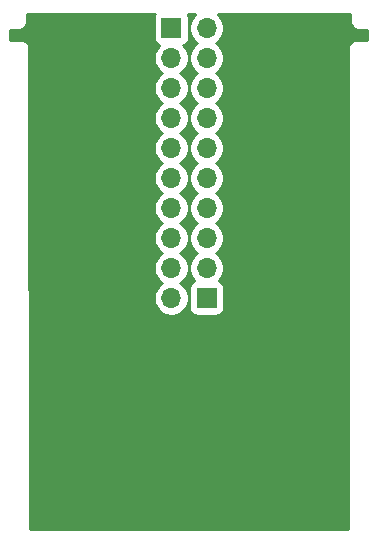
<source format=gbr>
%TF.GenerationSoftware,KiCad,Pcbnew,(5.1.8)-1*%
%TF.CreationDate,2021-12-10T09:18:04+01:00*%
%TF.ProjectId,FirePlace_SideWall,46697265-506c-4616-9365-5f5369646557,rev?*%
%TF.SameCoordinates,Original*%
%TF.FileFunction,Copper,L2,Bot*%
%TF.FilePolarity,Positive*%
%FSLAX46Y46*%
G04 Gerber Fmt 4.6, Leading zero omitted, Abs format (unit mm)*
G04 Created by KiCad (PCBNEW (5.1.8)-1) date 2021-12-10 09:18:04*
%MOMM*%
%LPD*%
G01*
G04 APERTURE LIST*
%TA.AperFunction,ComponentPad*%
%ADD10O,1.700000X1.700000*%
%TD*%
%TA.AperFunction,ComponentPad*%
%ADD11R,1.700000X1.700000*%
%TD*%
%TA.AperFunction,NonConductor*%
%ADD12C,0.254000*%
%TD*%
%TA.AperFunction,NonConductor*%
%ADD13C,0.100000*%
%TD*%
G04 APERTURE END LIST*
D10*
%TO.P,K2,10*%
%TO.N,Net-(K1-Pad1)*%
X65405000Y-50355500D03*
%TO.P,K2,9*%
%TO.N,Net-(K1-Pad2)*%
X65405000Y-47815500D03*
%TO.P,K2,8*%
%TO.N,Net-(K1-Pad3)*%
X65405000Y-45275500D03*
%TO.P,K2,7*%
%TO.N,Net-(K1-Pad4)*%
X65405000Y-42735500D03*
%TO.P,K2,6*%
%TO.N,Net-(K1-Pad5)*%
X65405000Y-40195500D03*
%TO.P,K2,5*%
%TO.N,Net-(K1-Pad6)*%
X65405000Y-37655500D03*
%TO.P,K2,4*%
%TO.N,Net-(K1-Pad7)*%
X65405000Y-35115500D03*
%TO.P,K2,3*%
%TO.N,Net-(K1-Pad8)*%
X65405000Y-32575500D03*
%TO.P,K2,2*%
%TO.N,Net-(K1-Pad9)*%
X65405000Y-30035500D03*
D11*
%TO.P,K2,1*%
%TO.N,Net-(K1-Pad10)*%
X65405000Y-27495500D03*
%TD*%
D10*
%TO.P,K1,10*%
%TO.N,Net-(K1-Pad10)*%
X68389500Y-27495500D03*
%TO.P,K1,9*%
%TO.N,Net-(K1-Pad9)*%
X68389500Y-30035500D03*
%TO.P,K1,8*%
%TO.N,Net-(K1-Pad8)*%
X68389500Y-32575500D03*
%TO.P,K1,7*%
%TO.N,Net-(K1-Pad7)*%
X68389500Y-35115500D03*
%TO.P,K1,6*%
%TO.N,Net-(K1-Pad6)*%
X68389500Y-37655500D03*
%TO.P,K1,5*%
%TO.N,Net-(K1-Pad5)*%
X68389500Y-40195500D03*
%TO.P,K1,4*%
%TO.N,Net-(K1-Pad4)*%
X68389500Y-42735500D03*
%TO.P,K1,3*%
%TO.N,Net-(K1-Pad3)*%
X68389500Y-45275500D03*
%TO.P,K1,2*%
%TO.N,Net-(K1-Pad2)*%
X68389500Y-47815500D03*
D11*
%TO.P,K1,1*%
%TO.N,Net-(K1-Pad1)*%
X68389500Y-50355500D03*
%TD*%
D12*
X63965498Y-26401320D02*
X63929188Y-26521018D01*
X63916928Y-26645500D01*
X63916928Y-28345500D01*
X63929188Y-28469982D01*
X63965498Y-28589680D01*
X64024463Y-28699994D01*
X64103815Y-28796685D01*
X64200506Y-28876037D01*
X64310820Y-28935002D01*
X64383380Y-28957013D01*
X64251525Y-29088868D01*
X64089010Y-29332089D01*
X63977068Y-29602342D01*
X63920000Y-29889240D01*
X63920000Y-30181760D01*
X63977068Y-30468658D01*
X64089010Y-30738911D01*
X64251525Y-30982132D01*
X64458368Y-31188975D01*
X64632760Y-31305500D01*
X64458368Y-31422025D01*
X64251525Y-31628868D01*
X64089010Y-31872089D01*
X63977068Y-32142342D01*
X63920000Y-32429240D01*
X63920000Y-32721760D01*
X63977068Y-33008658D01*
X64089010Y-33278911D01*
X64251525Y-33522132D01*
X64458368Y-33728975D01*
X64632760Y-33845500D01*
X64458368Y-33962025D01*
X64251525Y-34168868D01*
X64089010Y-34412089D01*
X63977068Y-34682342D01*
X63920000Y-34969240D01*
X63920000Y-35261760D01*
X63977068Y-35548658D01*
X64089010Y-35818911D01*
X64251525Y-36062132D01*
X64458368Y-36268975D01*
X64632760Y-36385500D01*
X64458368Y-36502025D01*
X64251525Y-36708868D01*
X64089010Y-36952089D01*
X63977068Y-37222342D01*
X63920000Y-37509240D01*
X63920000Y-37801760D01*
X63977068Y-38088658D01*
X64089010Y-38358911D01*
X64251525Y-38602132D01*
X64458368Y-38808975D01*
X64632760Y-38925500D01*
X64458368Y-39042025D01*
X64251525Y-39248868D01*
X64089010Y-39492089D01*
X63977068Y-39762342D01*
X63920000Y-40049240D01*
X63920000Y-40341760D01*
X63977068Y-40628658D01*
X64089010Y-40898911D01*
X64251525Y-41142132D01*
X64458368Y-41348975D01*
X64632760Y-41465500D01*
X64458368Y-41582025D01*
X64251525Y-41788868D01*
X64089010Y-42032089D01*
X63977068Y-42302342D01*
X63920000Y-42589240D01*
X63920000Y-42881760D01*
X63977068Y-43168658D01*
X64089010Y-43438911D01*
X64251525Y-43682132D01*
X64458368Y-43888975D01*
X64632760Y-44005500D01*
X64458368Y-44122025D01*
X64251525Y-44328868D01*
X64089010Y-44572089D01*
X63977068Y-44842342D01*
X63920000Y-45129240D01*
X63920000Y-45421760D01*
X63977068Y-45708658D01*
X64089010Y-45978911D01*
X64251525Y-46222132D01*
X64458368Y-46428975D01*
X64632760Y-46545500D01*
X64458368Y-46662025D01*
X64251525Y-46868868D01*
X64089010Y-47112089D01*
X63977068Y-47382342D01*
X63920000Y-47669240D01*
X63920000Y-47961760D01*
X63977068Y-48248658D01*
X64089010Y-48518911D01*
X64251525Y-48762132D01*
X64458368Y-48968975D01*
X64632760Y-49085500D01*
X64458368Y-49202025D01*
X64251525Y-49408868D01*
X64089010Y-49652089D01*
X63977068Y-49922342D01*
X63920000Y-50209240D01*
X63920000Y-50501760D01*
X63977068Y-50788658D01*
X64089010Y-51058911D01*
X64251525Y-51302132D01*
X64458368Y-51508975D01*
X64701589Y-51671490D01*
X64971842Y-51783432D01*
X65258740Y-51840500D01*
X65551260Y-51840500D01*
X65838158Y-51783432D01*
X66108411Y-51671490D01*
X66351632Y-51508975D01*
X66558475Y-51302132D01*
X66720990Y-51058911D01*
X66832932Y-50788658D01*
X66890000Y-50501760D01*
X66890000Y-50209240D01*
X66832932Y-49922342D01*
X66720990Y-49652089D01*
X66558475Y-49408868D01*
X66351632Y-49202025D01*
X66177240Y-49085500D01*
X66351632Y-48968975D01*
X66558475Y-48762132D01*
X66720990Y-48518911D01*
X66832932Y-48248658D01*
X66890000Y-47961760D01*
X66890000Y-47669240D01*
X66832932Y-47382342D01*
X66720990Y-47112089D01*
X66558475Y-46868868D01*
X66351632Y-46662025D01*
X66177240Y-46545500D01*
X66351632Y-46428975D01*
X66558475Y-46222132D01*
X66720990Y-45978911D01*
X66832932Y-45708658D01*
X66890000Y-45421760D01*
X66890000Y-45129240D01*
X66832932Y-44842342D01*
X66720990Y-44572089D01*
X66558475Y-44328868D01*
X66351632Y-44122025D01*
X66177240Y-44005500D01*
X66351632Y-43888975D01*
X66558475Y-43682132D01*
X66720990Y-43438911D01*
X66832932Y-43168658D01*
X66890000Y-42881760D01*
X66890000Y-42589240D01*
X66832932Y-42302342D01*
X66720990Y-42032089D01*
X66558475Y-41788868D01*
X66351632Y-41582025D01*
X66177240Y-41465500D01*
X66351632Y-41348975D01*
X66558475Y-41142132D01*
X66720990Y-40898911D01*
X66832932Y-40628658D01*
X66890000Y-40341760D01*
X66890000Y-40049240D01*
X66832932Y-39762342D01*
X66720990Y-39492089D01*
X66558475Y-39248868D01*
X66351632Y-39042025D01*
X66177240Y-38925500D01*
X66351632Y-38808975D01*
X66558475Y-38602132D01*
X66720990Y-38358911D01*
X66832932Y-38088658D01*
X66890000Y-37801760D01*
X66890000Y-37509240D01*
X66832932Y-37222342D01*
X66720990Y-36952089D01*
X66558475Y-36708868D01*
X66351632Y-36502025D01*
X66177240Y-36385500D01*
X66351632Y-36268975D01*
X66558475Y-36062132D01*
X66720990Y-35818911D01*
X66832932Y-35548658D01*
X66890000Y-35261760D01*
X66890000Y-34969240D01*
X66832932Y-34682342D01*
X66720990Y-34412089D01*
X66558475Y-34168868D01*
X66351632Y-33962025D01*
X66177240Y-33845500D01*
X66351632Y-33728975D01*
X66558475Y-33522132D01*
X66720990Y-33278911D01*
X66832932Y-33008658D01*
X66890000Y-32721760D01*
X66890000Y-32429240D01*
X66832932Y-32142342D01*
X66720990Y-31872089D01*
X66558475Y-31628868D01*
X66351632Y-31422025D01*
X66177240Y-31305500D01*
X66351632Y-31188975D01*
X66558475Y-30982132D01*
X66720990Y-30738911D01*
X66832932Y-30468658D01*
X66890000Y-30181760D01*
X66890000Y-29889240D01*
X66832932Y-29602342D01*
X66720990Y-29332089D01*
X66558475Y-29088868D01*
X66426620Y-28957013D01*
X66499180Y-28935002D01*
X66609494Y-28876037D01*
X66706185Y-28796685D01*
X66785537Y-28699994D01*
X66844502Y-28589680D01*
X66880812Y-28469982D01*
X66893072Y-28345500D01*
X66893072Y-26645500D01*
X66880812Y-26521018D01*
X66844502Y-26401320D01*
X66812794Y-26342000D01*
X67442905Y-26342000D01*
X67442868Y-26342025D01*
X67236025Y-26548868D01*
X67073510Y-26792089D01*
X66961568Y-27062342D01*
X66904500Y-27349240D01*
X66904500Y-27641760D01*
X66961568Y-27928658D01*
X67073510Y-28198911D01*
X67236025Y-28442132D01*
X67442868Y-28648975D01*
X67617260Y-28765500D01*
X67442868Y-28882025D01*
X67236025Y-29088868D01*
X67073510Y-29332089D01*
X66961568Y-29602342D01*
X66904500Y-29889240D01*
X66904500Y-30181760D01*
X66961568Y-30468658D01*
X67073510Y-30738911D01*
X67236025Y-30982132D01*
X67442868Y-31188975D01*
X67617260Y-31305500D01*
X67442868Y-31422025D01*
X67236025Y-31628868D01*
X67073510Y-31872089D01*
X66961568Y-32142342D01*
X66904500Y-32429240D01*
X66904500Y-32721760D01*
X66961568Y-33008658D01*
X67073510Y-33278911D01*
X67236025Y-33522132D01*
X67442868Y-33728975D01*
X67617260Y-33845500D01*
X67442868Y-33962025D01*
X67236025Y-34168868D01*
X67073510Y-34412089D01*
X66961568Y-34682342D01*
X66904500Y-34969240D01*
X66904500Y-35261760D01*
X66961568Y-35548658D01*
X67073510Y-35818911D01*
X67236025Y-36062132D01*
X67442868Y-36268975D01*
X67617260Y-36385500D01*
X67442868Y-36502025D01*
X67236025Y-36708868D01*
X67073510Y-36952089D01*
X66961568Y-37222342D01*
X66904500Y-37509240D01*
X66904500Y-37801760D01*
X66961568Y-38088658D01*
X67073510Y-38358911D01*
X67236025Y-38602132D01*
X67442868Y-38808975D01*
X67617260Y-38925500D01*
X67442868Y-39042025D01*
X67236025Y-39248868D01*
X67073510Y-39492089D01*
X66961568Y-39762342D01*
X66904500Y-40049240D01*
X66904500Y-40341760D01*
X66961568Y-40628658D01*
X67073510Y-40898911D01*
X67236025Y-41142132D01*
X67442868Y-41348975D01*
X67617260Y-41465500D01*
X67442868Y-41582025D01*
X67236025Y-41788868D01*
X67073510Y-42032089D01*
X66961568Y-42302342D01*
X66904500Y-42589240D01*
X66904500Y-42881760D01*
X66961568Y-43168658D01*
X67073510Y-43438911D01*
X67236025Y-43682132D01*
X67442868Y-43888975D01*
X67617260Y-44005500D01*
X67442868Y-44122025D01*
X67236025Y-44328868D01*
X67073510Y-44572089D01*
X66961568Y-44842342D01*
X66904500Y-45129240D01*
X66904500Y-45421760D01*
X66961568Y-45708658D01*
X67073510Y-45978911D01*
X67236025Y-46222132D01*
X67442868Y-46428975D01*
X67617260Y-46545500D01*
X67442868Y-46662025D01*
X67236025Y-46868868D01*
X67073510Y-47112089D01*
X66961568Y-47382342D01*
X66904500Y-47669240D01*
X66904500Y-47961760D01*
X66961568Y-48248658D01*
X67073510Y-48518911D01*
X67236025Y-48762132D01*
X67367880Y-48893987D01*
X67295320Y-48915998D01*
X67185006Y-48974963D01*
X67088315Y-49054315D01*
X67008963Y-49151006D01*
X66949998Y-49261320D01*
X66913688Y-49381018D01*
X66901428Y-49505500D01*
X66901428Y-51205500D01*
X66913688Y-51329982D01*
X66949998Y-51449680D01*
X67008963Y-51559994D01*
X67088315Y-51656685D01*
X67185006Y-51736037D01*
X67295320Y-51795002D01*
X67415018Y-51831312D01*
X67539500Y-51843572D01*
X69239500Y-51843572D01*
X69363982Y-51831312D01*
X69483680Y-51795002D01*
X69593994Y-51736037D01*
X69690685Y-51656685D01*
X69770037Y-51559994D01*
X69829002Y-51449680D01*
X69865312Y-51329982D01*
X69877572Y-51205500D01*
X69877572Y-49505500D01*
X69865312Y-49381018D01*
X69829002Y-49261320D01*
X69770037Y-49151006D01*
X69690685Y-49054315D01*
X69593994Y-48974963D01*
X69483680Y-48915998D01*
X69411120Y-48893987D01*
X69542975Y-48762132D01*
X69705490Y-48518911D01*
X69817432Y-48248658D01*
X69874500Y-47961760D01*
X69874500Y-47669240D01*
X69817432Y-47382342D01*
X69705490Y-47112089D01*
X69542975Y-46868868D01*
X69336132Y-46662025D01*
X69161740Y-46545500D01*
X69336132Y-46428975D01*
X69542975Y-46222132D01*
X69705490Y-45978911D01*
X69817432Y-45708658D01*
X69874500Y-45421760D01*
X69874500Y-45129240D01*
X69817432Y-44842342D01*
X69705490Y-44572089D01*
X69542975Y-44328868D01*
X69336132Y-44122025D01*
X69161740Y-44005500D01*
X69336132Y-43888975D01*
X69542975Y-43682132D01*
X69705490Y-43438911D01*
X69817432Y-43168658D01*
X69874500Y-42881760D01*
X69874500Y-42589240D01*
X69817432Y-42302342D01*
X69705490Y-42032089D01*
X69542975Y-41788868D01*
X69336132Y-41582025D01*
X69161740Y-41465500D01*
X69336132Y-41348975D01*
X69542975Y-41142132D01*
X69705490Y-40898911D01*
X69817432Y-40628658D01*
X69874500Y-40341760D01*
X69874500Y-40049240D01*
X69817432Y-39762342D01*
X69705490Y-39492089D01*
X69542975Y-39248868D01*
X69336132Y-39042025D01*
X69161740Y-38925500D01*
X69336132Y-38808975D01*
X69542975Y-38602132D01*
X69705490Y-38358911D01*
X69817432Y-38088658D01*
X69874500Y-37801760D01*
X69874500Y-37509240D01*
X69817432Y-37222342D01*
X69705490Y-36952089D01*
X69542975Y-36708868D01*
X69336132Y-36502025D01*
X69161740Y-36385500D01*
X69336132Y-36268975D01*
X69542975Y-36062132D01*
X69705490Y-35818911D01*
X69817432Y-35548658D01*
X69874500Y-35261760D01*
X69874500Y-34969240D01*
X69817432Y-34682342D01*
X69705490Y-34412089D01*
X69542975Y-34168868D01*
X69336132Y-33962025D01*
X69161740Y-33845500D01*
X69336132Y-33728975D01*
X69542975Y-33522132D01*
X69705490Y-33278911D01*
X69817432Y-33008658D01*
X69874500Y-32721760D01*
X69874500Y-32429240D01*
X69817432Y-32142342D01*
X69705490Y-31872089D01*
X69542975Y-31628868D01*
X69336132Y-31422025D01*
X69161740Y-31305500D01*
X69336132Y-31188975D01*
X69542975Y-30982132D01*
X69705490Y-30738911D01*
X69817432Y-30468658D01*
X69874500Y-30181760D01*
X69874500Y-29889240D01*
X69817432Y-29602342D01*
X69705490Y-29332089D01*
X69542975Y-29088868D01*
X69336132Y-28882025D01*
X69161740Y-28765500D01*
X69336132Y-28648975D01*
X69542975Y-28442132D01*
X69705490Y-28198911D01*
X69817432Y-27928658D01*
X69874500Y-27641760D01*
X69874500Y-27349240D01*
X69817432Y-27062342D01*
X69705490Y-26792089D01*
X69542975Y-26548868D01*
X69336132Y-26342025D01*
X69336095Y-26342000D01*
X80545001Y-26342000D01*
X80545001Y-26887885D01*
X80541444Y-26924000D01*
X80555635Y-27068085D01*
X80597663Y-27206633D01*
X80665913Y-27334320D01*
X80757762Y-27446238D01*
X80869680Y-27538087D01*
X80997367Y-27606337D01*
X81135915Y-27648365D01*
X81243895Y-27659000D01*
X81280000Y-27662556D01*
X81316105Y-27659000D01*
X81942001Y-27659000D01*
X81942000Y-28475000D01*
X81135957Y-28475000D01*
X81100064Y-28471445D01*
X81063765Y-28475000D01*
X81063555Y-28475000D01*
X81026310Y-28478668D01*
X80955972Y-28485557D01*
X80955782Y-28485615D01*
X80955575Y-28485635D01*
X80885117Y-28507008D01*
X80817401Y-28527509D01*
X80817225Y-28527603D01*
X80817027Y-28527663D01*
X80752090Y-28562372D01*
X80689677Y-28595689D01*
X80689523Y-28595815D01*
X80689340Y-28595913D01*
X80632449Y-28642602D01*
X80577708Y-28687477D01*
X80577581Y-28687631D01*
X80577422Y-28687762D01*
X80530772Y-28744605D01*
X80485798Y-28799345D01*
X80485704Y-28799520D01*
X80485573Y-28799680D01*
X80451045Y-28864277D01*
X80417478Y-28926994D01*
X80417420Y-28927186D01*
X80417323Y-28927367D01*
X80396242Y-28996863D01*
X80375374Y-29065519D01*
X80375354Y-29065720D01*
X80375295Y-29065915D01*
X80368196Y-29137993D01*
X80364680Y-29173493D01*
X80364680Y-29173693D01*
X80361104Y-29210000D01*
X80364640Y-29245906D01*
X80342403Y-69872000D01*
X53411591Y-69872002D01*
X53389019Y-29245910D01*
X53392556Y-29210000D01*
X53388979Y-29173683D01*
X53388979Y-29173487D01*
X53385593Y-29139302D01*
X53378365Y-29065915D01*
X53378304Y-29065713D01*
X53378284Y-29065513D01*
X53357755Y-28997972D01*
X53336337Y-28927367D01*
X53336238Y-28927181D01*
X53336179Y-28926988D01*
X53302824Y-28864668D01*
X53268087Y-28799680D01*
X53267953Y-28799517D01*
X53267858Y-28799339D01*
X53222854Y-28744564D01*
X53176238Y-28687762D01*
X53176076Y-28687629D01*
X53175947Y-28687472D01*
X53121293Y-28642669D01*
X53064320Y-28595913D01*
X53064133Y-28595813D01*
X53063978Y-28595686D01*
X53002155Y-28562685D01*
X52936633Y-28527663D01*
X52936430Y-28527601D01*
X52936253Y-28527507D01*
X52869047Y-28507161D01*
X52798085Y-28485635D01*
X52797874Y-28485614D01*
X52797682Y-28485556D01*
X52727485Y-28478682D01*
X52690105Y-28475000D01*
X52689891Y-28475000D01*
X52653590Y-28471445D01*
X52617699Y-28475000D01*
X51789000Y-28475000D01*
X51789000Y-27659000D01*
X52414895Y-27659000D01*
X52451000Y-27662556D01*
X52487105Y-27659000D01*
X52595085Y-27648365D01*
X52733633Y-27606337D01*
X52861320Y-27538087D01*
X52973238Y-27446238D01*
X53065087Y-27334320D01*
X53133337Y-27206633D01*
X53175365Y-27068085D01*
X53189556Y-26924000D01*
X53186000Y-26887895D01*
X53186000Y-26342000D01*
X63997206Y-26342000D01*
X63965498Y-26401320D01*
%TA.AperFunction,NonConductor*%
D13*
G36*
X63965498Y-26401320D02*
G01*
X63929188Y-26521018D01*
X63916928Y-26645500D01*
X63916928Y-28345500D01*
X63929188Y-28469982D01*
X63965498Y-28589680D01*
X64024463Y-28699994D01*
X64103815Y-28796685D01*
X64200506Y-28876037D01*
X64310820Y-28935002D01*
X64383380Y-28957013D01*
X64251525Y-29088868D01*
X64089010Y-29332089D01*
X63977068Y-29602342D01*
X63920000Y-29889240D01*
X63920000Y-30181760D01*
X63977068Y-30468658D01*
X64089010Y-30738911D01*
X64251525Y-30982132D01*
X64458368Y-31188975D01*
X64632760Y-31305500D01*
X64458368Y-31422025D01*
X64251525Y-31628868D01*
X64089010Y-31872089D01*
X63977068Y-32142342D01*
X63920000Y-32429240D01*
X63920000Y-32721760D01*
X63977068Y-33008658D01*
X64089010Y-33278911D01*
X64251525Y-33522132D01*
X64458368Y-33728975D01*
X64632760Y-33845500D01*
X64458368Y-33962025D01*
X64251525Y-34168868D01*
X64089010Y-34412089D01*
X63977068Y-34682342D01*
X63920000Y-34969240D01*
X63920000Y-35261760D01*
X63977068Y-35548658D01*
X64089010Y-35818911D01*
X64251525Y-36062132D01*
X64458368Y-36268975D01*
X64632760Y-36385500D01*
X64458368Y-36502025D01*
X64251525Y-36708868D01*
X64089010Y-36952089D01*
X63977068Y-37222342D01*
X63920000Y-37509240D01*
X63920000Y-37801760D01*
X63977068Y-38088658D01*
X64089010Y-38358911D01*
X64251525Y-38602132D01*
X64458368Y-38808975D01*
X64632760Y-38925500D01*
X64458368Y-39042025D01*
X64251525Y-39248868D01*
X64089010Y-39492089D01*
X63977068Y-39762342D01*
X63920000Y-40049240D01*
X63920000Y-40341760D01*
X63977068Y-40628658D01*
X64089010Y-40898911D01*
X64251525Y-41142132D01*
X64458368Y-41348975D01*
X64632760Y-41465500D01*
X64458368Y-41582025D01*
X64251525Y-41788868D01*
X64089010Y-42032089D01*
X63977068Y-42302342D01*
X63920000Y-42589240D01*
X63920000Y-42881760D01*
X63977068Y-43168658D01*
X64089010Y-43438911D01*
X64251525Y-43682132D01*
X64458368Y-43888975D01*
X64632760Y-44005500D01*
X64458368Y-44122025D01*
X64251525Y-44328868D01*
X64089010Y-44572089D01*
X63977068Y-44842342D01*
X63920000Y-45129240D01*
X63920000Y-45421760D01*
X63977068Y-45708658D01*
X64089010Y-45978911D01*
X64251525Y-46222132D01*
X64458368Y-46428975D01*
X64632760Y-46545500D01*
X64458368Y-46662025D01*
X64251525Y-46868868D01*
X64089010Y-47112089D01*
X63977068Y-47382342D01*
X63920000Y-47669240D01*
X63920000Y-47961760D01*
X63977068Y-48248658D01*
X64089010Y-48518911D01*
X64251525Y-48762132D01*
X64458368Y-48968975D01*
X64632760Y-49085500D01*
X64458368Y-49202025D01*
X64251525Y-49408868D01*
X64089010Y-49652089D01*
X63977068Y-49922342D01*
X63920000Y-50209240D01*
X63920000Y-50501760D01*
X63977068Y-50788658D01*
X64089010Y-51058911D01*
X64251525Y-51302132D01*
X64458368Y-51508975D01*
X64701589Y-51671490D01*
X64971842Y-51783432D01*
X65258740Y-51840500D01*
X65551260Y-51840500D01*
X65838158Y-51783432D01*
X66108411Y-51671490D01*
X66351632Y-51508975D01*
X66558475Y-51302132D01*
X66720990Y-51058911D01*
X66832932Y-50788658D01*
X66890000Y-50501760D01*
X66890000Y-50209240D01*
X66832932Y-49922342D01*
X66720990Y-49652089D01*
X66558475Y-49408868D01*
X66351632Y-49202025D01*
X66177240Y-49085500D01*
X66351632Y-48968975D01*
X66558475Y-48762132D01*
X66720990Y-48518911D01*
X66832932Y-48248658D01*
X66890000Y-47961760D01*
X66890000Y-47669240D01*
X66832932Y-47382342D01*
X66720990Y-47112089D01*
X66558475Y-46868868D01*
X66351632Y-46662025D01*
X66177240Y-46545500D01*
X66351632Y-46428975D01*
X66558475Y-46222132D01*
X66720990Y-45978911D01*
X66832932Y-45708658D01*
X66890000Y-45421760D01*
X66890000Y-45129240D01*
X66832932Y-44842342D01*
X66720990Y-44572089D01*
X66558475Y-44328868D01*
X66351632Y-44122025D01*
X66177240Y-44005500D01*
X66351632Y-43888975D01*
X66558475Y-43682132D01*
X66720990Y-43438911D01*
X66832932Y-43168658D01*
X66890000Y-42881760D01*
X66890000Y-42589240D01*
X66832932Y-42302342D01*
X66720990Y-42032089D01*
X66558475Y-41788868D01*
X66351632Y-41582025D01*
X66177240Y-41465500D01*
X66351632Y-41348975D01*
X66558475Y-41142132D01*
X66720990Y-40898911D01*
X66832932Y-40628658D01*
X66890000Y-40341760D01*
X66890000Y-40049240D01*
X66832932Y-39762342D01*
X66720990Y-39492089D01*
X66558475Y-39248868D01*
X66351632Y-39042025D01*
X66177240Y-38925500D01*
X66351632Y-38808975D01*
X66558475Y-38602132D01*
X66720990Y-38358911D01*
X66832932Y-38088658D01*
X66890000Y-37801760D01*
X66890000Y-37509240D01*
X66832932Y-37222342D01*
X66720990Y-36952089D01*
X66558475Y-36708868D01*
X66351632Y-36502025D01*
X66177240Y-36385500D01*
X66351632Y-36268975D01*
X66558475Y-36062132D01*
X66720990Y-35818911D01*
X66832932Y-35548658D01*
X66890000Y-35261760D01*
X66890000Y-34969240D01*
X66832932Y-34682342D01*
X66720990Y-34412089D01*
X66558475Y-34168868D01*
X66351632Y-33962025D01*
X66177240Y-33845500D01*
X66351632Y-33728975D01*
X66558475Y-33522132D01*
X66720990Y-33278911D01*
X66832932Y-33008658D01*
X66890000Y-32721760D01*
X66890000Y-32429240D01*
X66832932Y-32142342D01*
X66720990Y-31872089D01*
X66558475Y-31628868D01*
X66351632Y-31422025D01*
X66177240Y-31305500D01*
X66351632Y-31188975D01*
X66558475Y-30982132D01*
X66720990Y-30738911D01*
X66832932Y-30468658D01*
X66890000Y-30181760D01*
X66890000Y-29889240D01*
X66832932Y-29602342D01*
X66720990Y-29332089D01*
X66558475Y-29088868D01*
X66426620Y-28957013D01*
X66499180Y-28935002D01*
X66609494Y-28876037D01*
X66706185Y-28796685D01*
X66785537Y-28699994D01*
X66844502Y-28589680D01*
X66880812Y-28469982D01*
X66893072Y-28345500D01*
X66893072Y-26645500D01*
X66880812Y-26521018D01*
X66844502Y-26401320D01*
X66812794Y-26342000D01*
X67442905Y-26342000D01*
X67442868Y-26342025D01*
X67236025Y-26548868D01*
X67073510Y-26792089D01*
X66961568Y-27062342D01*
X66904500Y-27349240D01*
X66904500Y-27641760D01*
X66961568Y-27928658D01*
X67073510Y-28198911D01*
X67236025Y-28442132D01*
X67442868Y-28648975D01*
X67617260Y-28765500D01*
X67442868Y-28882025D01*
X67236025Y-29088868D01*
X67073510Y-29332089D01*
X66961568Y-29602342D01*
X66904500Y-29889240D01*
X66904500Y-30181760D01*
X66961568Y-30468658D01*
X67073510Y-30738911D01*
X67236025Y-30982132D01*
X67442868Y-31188975D01*
X67617260Y-31305500D01*
X67442868Y-31422025D01*
X67236025Y-31628868D01*
X67073510Y-31872089D01*
X66961568Y-32142342D01*
X66904500Y-32429240D01*
X66904500Y-32721760D01*
X66961568Y-33008658D01*
X67073510Y-33278911D01*
X67236025Y-33522132D01*
X67442868Y-33728975D01*
X67617260Y-33845500D01*
X67442868Y-33962025D01*
X67236025Y-34168868D01*
X67073510Y-34412089D01*
X66961568Y-34682342D01*
X66904500Y-34969240D01*
X66904500Y-35261760D01*
X66961568Y-35548658D01*
X67073510Y-35818911D01*
X67236025Y-36062132D01*
X67442868Y-36268975D01*
X67617260Y-36385500D01*
X67442868Y-36502025D01*
X67236025Y-36708868D01*
X67073510Y-36952089D01*
X66961568Y-37222342D01*
X66904500Y-37509240D01*
X66904500Y-37801760D01*
X66961568Y-38088658D01*
X67073510Y-38358911D01*
X67236025Y-38602132D01*
X67442868Y-38808975D01*
X67617260Y-38925500D01*
X67442868Y-39042025D01*
X67236025Y-39248868D01*
X67073510Y-39492089D01*
X66961568Y-39762342D01*
X66904500Y-40049240D01*
X66904500Y-40341760D01*
X66961568Y-40628658D01*
X67073510Y-40898911D01*
X67236025Y-41142132D01*
X67442868Y-41348975D01*
X67617260Y-41465500D01*
X67442868Y-41582025D01*
X67236025Y-41788868D01*
X67073510Y-42032089D01*
X66961568Y-42302342D01*
X66904500Y-42589240D01*
X66904500Y-42881760D01*
X66961568Y-43168658D01*
X67073510Y-43438911D01*
X67236025Y-43682132D01*
X67442868Y-43888975D01*
X67617260Y-44005500D01*
X67442868Y-44122025D01*
X67236025Y-44328868D01*
X67073510Y-44572089D01*
X66961568Y-44842342D01*
X66904500Y-45129240D01*
X66904500Y-45421760D01*
X66961568Y-45708658D01*
X67073510Y-45978911D01*
X67236025Y-46222132D01*
X67442868Y-46428975D01*
X67617260Y-46545500D01*
X67442868Y-46662025D01*
X67236025Y-46868868D01*
X67073510Y-47112089D01*
X66961568Y-47382342D01*
X66904500Y-47669240D01*
X66904500Y-47961760D01*
X66961568Y-48248658D01*
X67073510Y-48518911D01*
X67236025Y-48762132D01*
X67367880Y-48893987D01*
X67295320Y-48915998D01*
X67185006Y-48974963D01*
X67088315Y-49054315D01*
X67008963Y-49151006D01*
X66949998Y-49261320D01*
X66913688Y-49381018D01*
X66901428Y-49505500D01*
X66901428Y-51205500D01*
X66913688Y-51329982D01*
X66949998Y-51449680D01*
X67008963Y-51559994D01*
X67088315Y-51656685D01*
X67185006Y-51736037D01*
X67295320Y-51795002D01*
X67415018Y-51831312D01*
X67539500Y-51843572D01*
X69239500Y-51843572D01*
X69363982Y-51831312D01*
X69483680Y-51795002D01*
X69593994Y-51736037D01*
X69690685Y-51656685D01*
X69770037Y-51559994D01*
X69829002Y-51449680D01*
X69865312Y-51329982D01*
X69877572Y-51205500D01*
X69877572Y-49505500D01*
X69865312Y-49381018D01*
X69829002Y-49261320D01*
X69770037Y-49151006D01*
X69690685Y-49054315D01*
X69593994Y-48974963D01*
X69483680Y-48915998D01*
X69411120Y-48893987D01*
X69542975Y-48762132D01*
X69705490Y-48518911D01*
X69817432Y-48248658D01*
X69874500Y-47961760D01*
X69874500Y-47669240D01*
X69817432Y-47382342D01*
X69705490Y-47112089D01*
X69542975Y-46868868D01*
X69336132Y-46662025D01*
X69161740Y-46545500D01*
X69336132Y-46428975D01*
X69542975Y-46222132D01*
X69705490Y-45978911D01*
X69817432Y-45708658D01*
X69874500Y-45421760D01*
X69874500Y-45129240D01*
X69817432Y-44842342D01*
X69705490Y-44572089D01*
X69542975Y-44328868D01*
X69336132Y-44122025D01*
X69161740Y-44005500D01*
X69336132Y-43888975D01*
X69542975Y-43682132D01*
X69705490Y-43438911D01*
X69817432Y-43168658D01*
X69874500Y-42881760D01*
X69874500Y-42589240D01*
X69817432Y-42302342D01*
X69705490Y-42032089D01*
X69542975Y-41788868D01*
X69336132Y-41582025D01*
X69161740Y-41465500D01*
X69336132Y-41348975D01*
X69542975Y-41142132D01*
X69705490Y-40898911D01*
X69817432Y-40628658D01*
X69874500Y-40341760D01*
X69874500Y-40049240D01*
X69817432Y-39762342D01*
X69705490Y-39492089D01*
X69542975Y-39248868D01*
X69336132Y-39042025D01*
X69161740Y-38925500D01*
X69336132Y-38808975D01*
X69542975Y-38602132D01*
X69705490Y-38358911D01*
X69817432Y-38088658D01*
X69874500Y-37801760D01*
X69874500Y-37509240D01*
X69817432Y-37222342D01*
X69705490Y-36952089D01*
X69542975Y-36708868D01*
X69336132Y-36502025D01*
X69161740Y-36385500D01*
X69336132Y-36268975D01*
X69542975Y-36062132D01*
X69705490Y-35818911D01*
X69817432Y-35548658D01*
X69874500Y-35261760D01*
X69874500Y-34969240D01*
X69817432Y-34682342D01*
X69705490Y-34412089D01*
X69542975Y-34168868D01*
X69336132Y-33962025D01*
X69161740Y-33845500D01*
X69336132Y-33728975D01*
X69542975Y-33522132D01*
X69705490Y-33278911D01*
X69817432Y-33008658D01*
X69874500Y-32721760D01*
X69874500Y-32429240D01*
X69817432Y-32142342D01*
X69705490Y-31872089D01*
X69542975Y-31628868D01*
X69336132Y-31422025D01*
X69161740Y-31305500D01*
X69336132Y-31188975D01*
X69542975Y-30982132D01*
X69705490Y-30738911D01*
X69817432Y-30468658D01*
X69874500Y-30181760D01*
X69874500Y-29889240D01*
X69817432Y-29602342D01*
X69705490Y-29332089D01*
X69542975Y-29088868D01*
X69336132Y-28882025D01*
X69161740Y-28765500D01*
X69336132Y-28648975D01*
X69542975Y-28442132D01*
X69705490Y-28198911D01*
X69817432Y-27928658D01*
X69874500Y-27641760D01*
X69874500Y-27349240D01*
X69817432Y-27062342D01*
X69705490Y-26792089D01*
X69542975Y-26548868D01*
X69336132Y-26342025D01*
X69336095Y-26342000D01*
X80545001Y-26342000D01*
X80545001Y-26887885D01*
X80541444Y-26924000D01*
X80555635Y-27068085D01*
X80597663Y-27206633D01*
X80665913Y-27334320D01*
X80757762Y-27446238D01*
X80869680Y-27538087D01*
X80997367Y-27606337D01*
X81135915Y-27648365D01*
X81243895Y-27659000D01*
X81280000Y-27662556D01*
X81316105Y-27659000D01*
X81942001Y-27659000D01*
X81942000Y-28475000D01*
X81135957Y-28475000D01*
X81100064Y-28471445D01*
X81063765Y-28475000D01*
X81063555Y-28475000D01*
X81026310Y-28478668D01*
X80955972Y-28485557D01*
X80955782Y-28485615D01*
X80955575Y-28485635D01*
X80885117Y-28507008D01*
X80817401Y-28527509D01*
X80817225Y-28527603D01*
X80817027Y-28527663D01*
X80752090Y-28562372D01*
X80689677Y-28595689D01*
X80689523Y-28595815D01*
X80689340Y-28595913D01*
X80632449Y-28642602D01*
X80577708Y-28687477D01*
X80577581Y-28687631D01*
X80577422Y-28687762D01*
X80530772Y-28744605D01*
X80485798Y-28799345D01*
X80485704Y-28799520D01*
X80485573Y-28799680D01*
X80451045Y-28864277D01*
X80417478Y-28926994D01*
X80417420Y-28927186D01*
X80417323Y-28927367D01*
X80396242Y-28996863D01*
X80375374Y-29065519D01*
X80375354Y-29065720D01*
X80375295Y-29065915D01*
X80368196Y-29137993D01*
X80364680Y-29173493D01*
X80364680Y-29173693D01*
X80361104Y-29210000D01*
X80364640Y-29245906D01*
X80342403Y-69872000D01*
X53411591Y-69872002D01*
X53389019Y-29245910D01*
X53392556Y-29210000D01*
X53388979Y-29173683D01*
X53388979Y-29173487D01*
X53385593Y-29139302D01*
X53378365Y-29065915D01*
X53378304Y-29065713D01*
X53378284Y-29065513D01*
X53357755Y-28997972D01*
X53336337Y-28927367D01*
X53336238Y-28927181D01*
X53336179Y-28926988D01*
X53302824Y-28864668D01*
X53268087Y-28799680D01*
X53267953Y-28799517D01*
X53267858Y-28799339D01*
X53222854Y-28744564D01*
X53176238Y-28687762D01*
X53176076Y-28687629D01*
X53175947Y-28687472D01*
X53121293Y-28642669D01*
X53064320Y-28595913D01*
X53064133Y-28595813D01*
X53063978Y-28595686D01*
X53002155Y-28562685D01*
X52936633Y-28527663D01*
X52936430Y-28527601D01*
X52936253Y-28527507D01*
X52869047Y-28507161D01*
X52798085Y-28485635D01*
X52797874Y-28485614D01*
X52797682Y-28485556D01*
X52727485Y-28478682D01*
X52690105Y-28475000D01*
X52689891Y-28475000D01*
X52653590Y-28471445D01*
X52617699Y-28475000D01*
X51789000Y-28475000D01*
X51789000Y-27659000D01*
X52414895Y-27659000D01*
X52451000Y-27662556D01*
X52487105Y-27659000D01*
X52595085Y-27648365D01*
X52733633Y-27606337D01*
X52861320Y-27538087D01*
X52973238Y-27446238D01*
X53065087Y-27334320D01*
X53133337Y-27206633D01*
X53175365Y-27068085D01*
X53189556Y-26924000D01*
X53186000Y-26887895D01*
X53186000Y-26342000D01*
X63997206Y-26342000D01*
X63965498Y-26401320D01*
G37*
%TD.AperFunction*%
M02*

</source>
